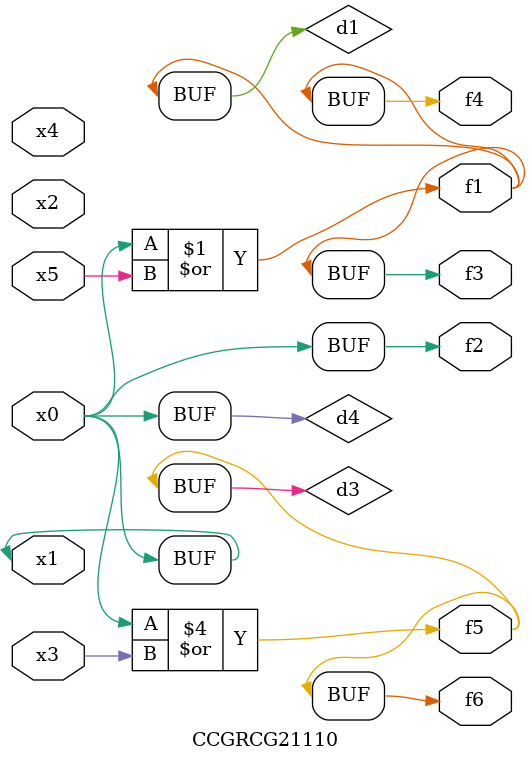
<source format=v>
module CCGRCG21110(
	input x0, x1, x2, x3, x4, x5,
	output f1, f2, f3, f4, f5, f6
);

	wire d1, d2, d3, d4;

	or (d1, x0, x5);
	xnor (d2, x1, x4);
	or (d3, x0, x3);
	buf (d4, x0, x1);
	assign f1 = d1;
	assign f2 = d4;
	assign f3 = d1;
	assign f4 = d1;
	assign f5 = d3;
	assign f6 = d3;
endmodule

</source>
